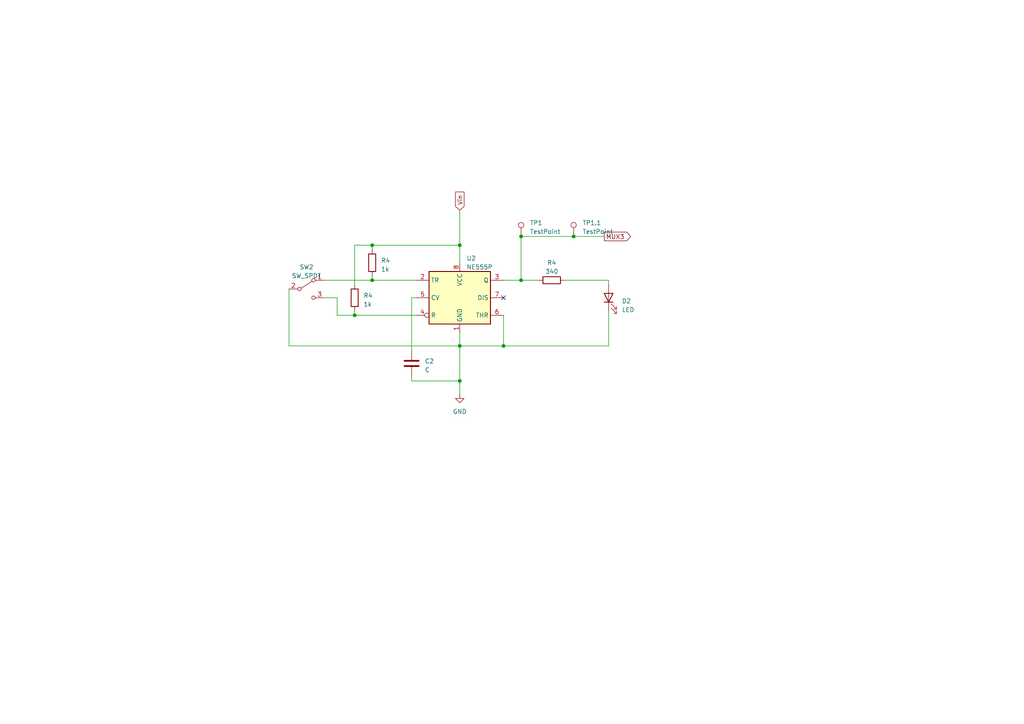
<source format=kicad_sch>
(kicad_sch (version 20230121) (generator eeschema)
  (paper "A4")
  (lib_symbols
    (symbol "Connector:TestPoint" (pin_numbers hide) (pin_names (offset 0.762) hide)
      (property "Reference" "TP" (at 0 6.858 0))
      (property "Value" "TestPoint" (at 0 5.08 0))
      (symbol "TestPoint_0_1"
        (circle (center 0 3.302) (radius 0.762))
      )
      (symbol "TestPoint_1_1"
        (pin passive line (at 0 0 90) (length 2.54) (name "1") (number "1"))
      )
    )
    (symbol "Device:C" (pin_numbers hide) (pin_names (offset 0.254))
      (property "Reference" "C" (at 0.635 2.54 0))
      (property "Value" "C" (at 0.635 -2.54 0))
      (symbol "C_0_1"
        (polyline (pts (xy -2.032 -0.762) (xy 2.032 -0.762)) (stroke (width 0.508)))
        (polyline (pts (xy -2.032 0.762) (xy 2.032 0.762)) (stroke (width 0.508)))
      )
      (symbol "C_1_1"
        (pin passive line (at 0 3.81 270) (length 2.794) (name "~") (number "1"))
        (pin passive line (at 0 -3.81 90) (length 2.794) (name "~") (number "2"))
      )
    )
    (symbol "Device:LED" (pin_numbers hide) (pin_names (offset 1.016) hide)
      (property "Reference" "D" (at 0 2.54 0))
      (property "Value" "LED" (at 0 -2.54 0))
      (symbol "LED_0_1"
        (polyline (pts (xy -1.27 -1.27) (xy -1.27 1.27)) (stroke (width 0.254)))
        (polyline (pts (xy -1.27 0) (xy 1.27 0)))
        (polyline (pts (xy 1.27 -1.27) (xy 1.27 1.27) (xy -1.27 0) (xy 1.27 -1.27)) (stroke (width 0.254)))
        (polyline (pts (xy -3.048 -0.762) (xy -4.572 -2.286) (xy -3.81 -2.286) (xy -4.572 -2.286) (xy -4.572 -1.524)))
        (polyline (pts (xy -1.778 -0.762) (xy -3.302 -2.286) (xy -2.54 -2.286) (xy -3.302 -2.286) (xy -3.302 -1.524)))
      )
      (symbol "LED_1_1"
        (pin passive line (at -3.81 0 0) (length 2.54) (name "K") (number "1"))
        (pin passive line (at 3.81 0 180) (length 2.54) (name "A") (number "2"))
      )
    )
    (symbol "Device:R" (pin_numbers hide) (pin_names (offset 0))
      (property "Reference" "R" (at 2.032 0 90))
      (property "Value" "R" (at 0 0 90))
      (symbol "R_0_1"
        (rectangle (start -1.016 -2.54) (end 1.016 2.54) (stroke (width 0.254)))
      )
      (symbol "R_1_1"
        (pin passive line (at 0 3.81 270) (length 1.27) (name "~") (number "1"))
        (pin passive line (at 0 -3.81 90) (length 1.27) (name "~") (number "2"))
      )
    )
    (symbol "Switch:SW_SPDT" (pin_names (offset 0) hide)
      (property "Reference" "SW" (at 0 4.318 0))
      (property "Value" "SW_SPDT" (at 0 -5.08 0))
      (symbol "SW_SPDT_0_0"
        (circle (center -2.032 0) (radius 0.508))
        (circle (center 2.032 -2.54) (radius 0.508))
      )
      (symbol "SW_SPDT_0_1"
        (polyline (pts (xy -1.524 0.254) (xy 1.651 2.286)))
        (circle (center 2.032 2.54) (radius 0.508))
      )
      (symbol "SW_SPDT_1_1"
        (pin passive line (at 5.08 2.54 180) (length 2.54) (name "A") (number "1"))
        (pin passive line (at -5.08 0 0) (length 2.54) (name "B") (number "2"))
        (pin passive line (at 5.08 -2.54 180) (length 2.54) (name "C") (number "3"))
      )
    )
    (symbol "Timer:NE555P"
      (property "Reference" "U" (at -10.16 8.89 0))
      (property "Value" "NE555P" (at 2.54 8.89 0))
      (symbol "NE555P_0_0"
        (pin power_in line (at 0 -10.16 90) (length 2.54) (name "GND") (number "1"))
        (pin power_in line (at 0 10.16 270) (length 2.54) (name "VCC") (number "8"))
      )
      (symbol "NE555P_0_1"
        (rectangle (start -8.89 -7.62) (end 8.89 7.62) (stroke (width 0.254)) (fill (type background)))
        (rectangle (start -8.89 -7.62) (end 8.89 7.62) (stroke (width 0.254)) (fill (type background)))
      )
      (symbol "NE555P_1_1"
        (pin input line (at -12.7 5.08 0) (length 3.81) (name "TR") (number "2"))
        (pin output line (at 12.7 5.08 180) (length 3.81) (name "Q") (number "3"))
        (pin input inverted (at -12.7 -5.08 0) (length 3.81) (name "R") (number "4"))
        (pin input line (at -12.7 0 0) (length 3.81) (name "CV") (number "5"))
        (pin input line (at 12.7 -5.08 180) (length 3.81) (name "THR") (number "6"))
        (pin input line (at 12.7 0 180) (length 3.81) (name "DIS") (number "7"))
      )
    )
    (symbol "power:GND" (power) (pin_names (offset 0))
      (property "Value" "GND" (at 0 -3.81 0))
      (symbol "GND_0_1"
        (polyline (pts (xy 0 0) (xy 0 -1.27) (xy 1.27 -1.27) (xy 0 -2.54) (xy -1.27 -1.27) (xy 0 -1.27)))
      )
      (symbol "GND_1_1"
        (pin power_in line (at 0 0 270) (length 0) hide (name "GND") (number "1"))
      )
    )
  )
  (junction (at 133.35 71.12))
  (junction (at 107.95 81.28))
  (junction (at 146.05 100.33))
  (junction (at 151.13 81.28))
  (junction (at 102.87 91.44))
  (junction (at 166.37 68.58))
  (junction (at 151.13 68.58))
  (junction (at 107.95 71.12))
  (junction (at 133.35 100.33))
  (junction (at 133.35 110.49))
  (no_connect (at 146.05 86.36))
  (wire (pts (xy 133.35 100.33) (xy 133.35 110.49)))
  (wire (pts (xy 151.13 81.28) (xy 156.21 81.28)))
  (wire (pts (xy 151.13 81.28) (xy 151.13 68.58)))
  (wire (pts (xy 83.82 100.33) (xy 133.35 100.33)))
  (wire (pts (xy 83.82 83.82) (xy 83.82 100.33)))
  (wire (pts (xy 119.38 110.49) (xy 133.35 110.49)))
  (wire (pts (xy 119.38 86.36) (xy 119.38 101.6)))
  (wire (pts (xy 97.79 86.36) (xy 97.79 91.44)))
  (wire (pts (xy 133.35 60.96) (xy 133.35 71.12)))
  (wire (pts (xy 120.65 86.36) (xy 119.38 86.36)))
  (wire (pts (xy 119.38 109.22) (xy 119.38 110.49)))
  (wire (pts (xy 133.35 71.12) (xy 107.95 71.12)))
  (wire (pts (xy 102.87 71.12) (xy 107.95 71.12)))
  (wire (pts (xy 133.35 96.52) (xy 133.35 100.33)))
  (wire (pts (xy 107.95 80.01) (xy 107.95 81.28)))
  (wire (pts (xy 93.98 86.36) (xy 97.79 86.36)))
  (wire (pts (xy 151.13 68.58) (xy 166.37 68.58)))
  (wire (pts (xy 176.53 82.55) (xy 176.53 81.28)))
  (wire (pts (xy 102.87 71.12) (xy 102.87 82.55)))
  (wire (pts (xy 146.05 100.33) (xy 133.35 100.33)))
  (wire (pts (xy 97.79 91.44) (xy 102.87 91.44)))
  (wire (pts (xy 102.87 91.44) (xy 120.65 91.44)))
  (wire (pts (xy 107.95 81.28) (xy 120.65 81.28)))
  (wire (pts (xy 166.37 68.58) (xy 175.26 68.58)))
  (wire (pts (xy 146.05 81.28) (xy 151.13 81.28)))
  (wire (pts (xy 163.83 81.28) (xy 176.53 81.28)))
  (wire (pts (xy 146.05 91.44) (xy 146.05 100.33)))
  (wire (pts (xy 176.53 90.17) (xy 176.53 100.33)))
  (wire (pts (xy 176.53 100.33) (xy 146.05 100.33)))
  (wire (pts (xy 133.35 110.49) (xy 133.35 114.3)))
  (wire (pts (xy 102.87 91.44) (xy 102.87 90.17)))
  (wire (pts (xy 93.98 81.28) (xy 107.95 81.28)))
  (wire (pts (xy 107.95 71.12) (xy 107.95 72.39)))
  (wire (pts (xy 133.35 76.2) (xy 133.35 71.12)))
  (global_label "Vin" (shape input) (at 133.35 60.96 90) (property "Intersheetrefs" "${INTERSHEET_REFS}" (effects hide)))
  (global_label "MUX3" (shape output) (at 175.26 68.58 0) (property "Intersheetrefs" "${INTERSHEET_REFS}" (effects hide)))
  (symbol (lib_id "Timer:NE555P") (at 133.35 86.36 0) (unit 1)
    (property "Reference" "U2" (at 135.3059 74.93 0) (effects (justify left)))
    (property "Value" "NE555P" (at 135.3059 77.47 0) (effects (justify left)))
    (property "Footprint" "Package_DIP:DIP-8_W7.62mm" (effects hide))
    (property "Datasheet" "http://www.ti.com/lit/ds/symlink/ne555.pdf" (effects hide))
    (instances (project "CLK" (path "" (reference "U2") (unit 1)) (path "" (reference "U3") (unit 1))))
  )
  (symbol (lib_id "Connector:TestPoint") (at 151.13 68.58 0) (unit 1)
    (property "Reference" "TP1" (at 153.67 64.643 0) (effects (justify left)))
    (property "Value" "TestPoint" (at 153.67 67.183 0) (effects (justify left)))
    (property "Footprint" "TestPoint:TestPoint_Pad_4.0x4.0mm" (effects hide))
    (instances (project "CLK" (path "" (reference "TP1") (unit 1)) (path "" (reference "TP3") (unit 1))))
  )
  (symbol (lib_id "Device:LED") (at 176.53 86.36 90) (unit 1)
    (property "Reference" "D2" (at 180.34 87.3125 90) (effects (justify right)))
    (property "Value" "LED" (at 180.34 89.8525 90) (effects (justify right)))
    (property "Footprint" "LED_THT:LED_D5.0mm" (effects hide))
    (instances (project "CLK" (path "" (reference "D2") (unit 1)) (path "" (reference "D3") (unit 1))))
  )
  (symbol (lib_id "Switch:SW_SPDT") (at 88.9 83.82 0) (unit 1)
    (property "Reference" "SW2" (at 88.9 77.47 0))
    (property "Value" "SW_SPDT" (at 88.9 80.01 0))
    (property "Footprint" "Button_Switch_THT:SW_Push_2P2T_Toggle_CK_PVA2xxH2xxxxxxV2" (effects hide))
  )
  (symbol (lib_id "Device:R") (at 160.02 81.28 90) (unit 1)
    (property "Reference" "R4" (at 160.02 76.2 90))
    (property "Value" "340" (at 160.02 78.74 90))
    (property "Footprint" "Resistor_THT:R_Axial_DIN0204_L3.6mm_D1.6mm_P7.62mm_Horizontal" (effects hide))
    (instances (project "CLK" (path "" (reference "R4") (unit 1)) (path "" (reference "R9") (unit 1))))
  )
  (symbol (lib_id "Connector:TestPoint") (at 166.37 68.58 0) (unit 1)
    (property "Reference" "TP1.1" (at 168.91 64.643 0) (effects (justify left)))
    (property "Value" "TestPoint" (at 168.91 67.183 0) (effects (justify left)))
    (property "Footprint" "TestPoint:TestPoint_Bridge_Pitch2.0mm_Drill0.7mm" (effects hide))
    (instances (project "CLK" (path "" (reference "TP1.1") (unit 1)) (path "" (reference "TP3.2") (unit 1))))
  )
  (symbol (lib_id "Device:R") (at 102.87 86.36 180) (unit 1)
    (property "Reference" "R4" (at 105.41 85.725 0) (effects (justify right)))
    (property "Value" "1k" (at 105.41 88.265 0) (effects (justify right)))
    (property "Footprint" "Resistor_THT:R_Axial_DIN0204_L3.6mm_D1.6mm_P7.62mm_Horizontal" (effects hide))
    (instances (project "CLK" (path "" (reference "R4") (unit 1)) (path "" (reference "R8") (unit 1))))
  )
  (symbol (lib_id "Device:C") (at 119.38 105.41 0) (unit 1)
    (property "Reference" "C2" (at 123.19 104.775 0) (effects (justify left)))
    (property "Value" "C" (at 123.19 107.315 0) (effects (justify left)))
    (property "Footprint" "Capacitor_THT:CP_Radial_D5.0mm_P2.50mm" (effects hide))
    (instances (project "CLK" (path "" (reference "C2") (unit 1)) (path "" (reference "C6") (unit 1))))
  )
  (symbol (lib_id "Device:R") (at 107.95 76.2 180) (unit 1)
    (property "Reference" "R4" (at 110.49 75.565 0) (effects (justify right)))
    (property "Value" "1k" (at 110.49 78.105 0) (effects (justify right)))
    (property "Footprint" "Resistor_THT:R_Axial_DIN0204_L3.6mm_D1.6mm_P7.62mm_Horizontal" (effects hide))
    (instances (project "CLK" (path "" (reference "R4") (unit 1)) (path "" (reference "R7") (unit 1))))
  )
  (symbol (lib_id "power:GND") (at 133.35 114.3 0) (mirror y) (unit 1)
    (property "Reference" "#PWR04" (effects hide))
    (property "Value" "GND" (at 133.35 119.38 0))
    (instances (project "CLK" (path "" (reference "#PWR04") (unit 1)) (path "" (reference "#PWR07") (unit 1))))
  )
)
</source>
